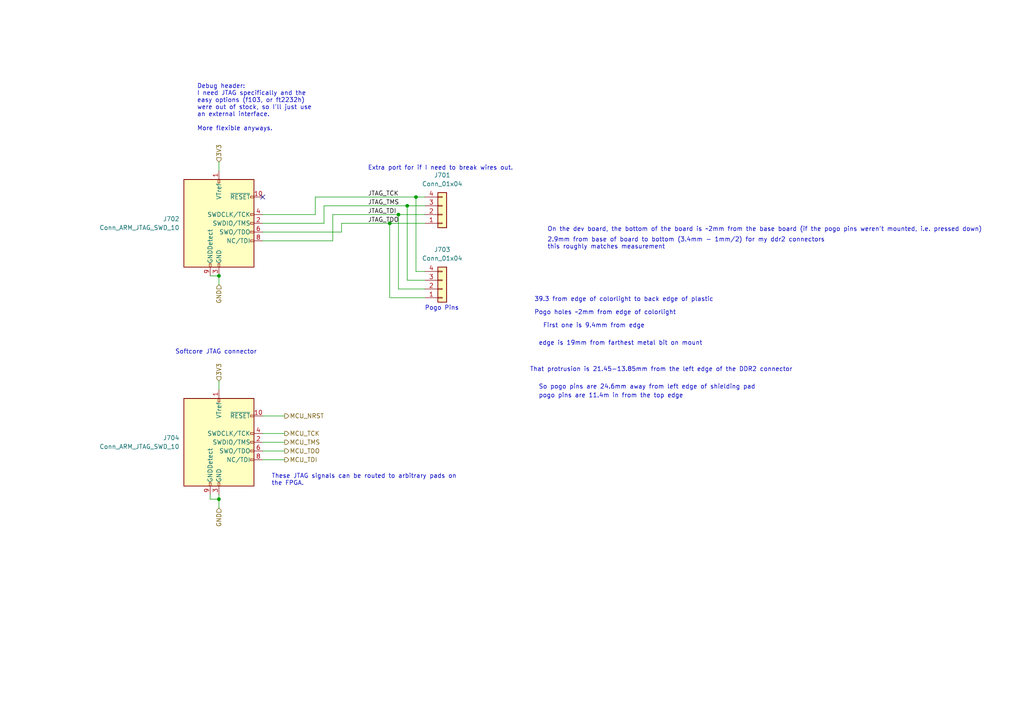
<source format=kicad_sch>
(kicad_sch (version 20211123) (generator eeschema)
  (paper "A4")
  (lib_symbols
    (symbol "Connector:Conn_ARM_JTAG_SWD_10" (pin_names (offset 1.016))
      (property "Reference" "J" (at -2.54 16.51 0))
      (property "Value" "Conn_ARM_JTAG_SWD_10" (at -2.54 13.97 0))
      (symbol "Conn_ARM_JTAG_SWD_10_0_1"
        (rectangle (start -10.16 12.7) (end 10.16 -12.7) (stroke (width 0.254)) (fill (type background)))
        (rectangle (start -2.794 -12.7) (end -2.286 -11.684))
        (rectangle (start -0.254 -12.7) (end 0.254 -11.684))
        (rectangle (start -0.254 12.7) (end 0.254 11.684))
        (rectangle (start 9.144 2.286) (end 10.16 2.794))
        (rectangle (start 10.16 -2.794) (end 9.144 -2.286))
        (rectangle (start 10.16 -0.254) (end 9.144 0.254))
        (rectangle (start 10.16 7.874) (end 9.144 7.366))
      )
      (symbol "Conn_ARM_JTAG_SWD_10_1_1"
        (rectangle (start 9.144 -5.334) (end 10.16 -4.826))
        (pin power_in line (at 0 15.24 270) (length 2.54) (name "VTref") (number "1"))
        (pin open_collector line (at 12.7 7.62 180) (length 2.54) (name "~{RESET}") (number "10"))
        (pin bidirectional line (at 12.7 0 180) (length 2.54) (name "SWDIO/TMS") (number "2"))
        (pin power_in line (at 0 -15.24 90) (length 2.54) (name "GND") (number "3"))
        (pin output line (at 12.7 2.54 180) (length 2.54) (name "SWDCLK/TCK") (number "4"))
        (pin passive line (at 0 -15.24 90) (length 2.54) hide (name "GND") (number "5"))
        (pin input line (at 12.7 -2.54 180) (length 2.54) (name "SWO/TDO") (number "6"))
        (pin no_connect line (at -10.16 0 0) (length 2.54) hide (name "KEY") (number "7"))
        (pin output line (at 12.7 -5.08 180) (length 2.54) (name "NC/TDI") (number "8"))
        (pin passive line (at -2.54 -15.24 90) (length 2.54) (name "GNDDetect") (number "9"))
      )
    )
    (symbol "Connector_Generic:Conn_01x04" (pin_names (offset 1.016) hide)
      (property "Reference" "J" (at 0 5.08 0))
      (property "Value" "Conn_01x04" (at 0 -7.62 0))
      (symbol "Conn_01x04_1_1"
        (rectangle (start -1.27 -4.953) (end 0 -5.207) (stroke (width 0.1524)))
        (rectangle (start -1.27 -2.413) (end 0 -2.667) (stroke (width 0.1524)))
        (rectangle (start -1.27 0.127) (end 0 -0.127) (stroke (width 0.1524)))
        (rectangle (start -1.27 2.667) (end 0 2.413) (stroke (width 0.1524)))
        (rectangle (start -1.27 3.81) (end 1.27 -6.35) (stroke (width 0.254)) (fill (type background)))
        (pin passive line (at -5.08 2.54 0) (length 3.81) (name "Pin_1") (number "1"))
        (pin passive line (at -5.08 0 0) (length 3.81) (name "Pin_2") (number "2"))
        (pin passive line (at -5.08 -2.54 0) (length 3.81) (name "Pin_3") (number "3"))
        (pin passive line (at -5.08 -5.08 0) (length 3.81) (name "Pin_4") (number "4"))
      )
    )
  )
  (junction (at 118.11 59.69))
  (junction (at 113.03 64.77))
  (junction (at 63.5 80.01))
  (junction (at 120.65 57.15))
  (junction (at 115.57 62.23))
  (junction (at 63.5 144.78))
  (no_connect (at 76.2 57.15))
  (wire (pts (xy 113.03 64.77) (xy 113.03 86.36)))
  (wire (pts (xy 63.5 144.78) (xy 63.5 147.32)))
  (wire (pts (xy 113.03 86.36) (xy 123.19 86.36)))
  (wire (pts (xy 63.5 144.78) (xy 63.5 143.51)))
  (wire (pts (xy 115.57 83.82) (xy 123.19 83.82)))
  (wire (pts (xy 113.03 64.77) (xy 123.19 64.77)))
  (wire (pts (xy 93.98 59.69) (xy 118.11 59.69)))
  (wire (pts (xy 60.96 80.01) (xy 63.5 80.01)))
  (wire (pts (xy 115.57 62.23) (xy 123.19 62.23)))
  (wire (pts (xy 76.2 64.77) (xy 93.98 64.77)))
  (wire (pts (xy 96.52 69.85) (xy 96.52 62.23)))
  (wire (pts (xy 63.5 110.49) (xy 63.5 113.03)))
  (wire (pts (xy 63.5 46.99) (xy 63.5 49.53)))
  (wire (pts (xy 93.98 64.77) (xy 93.98 59.69)))
  (wire (pts (xy 76.2 125.73) (xy 82.55 125.73)))
  (wire (pts (xy 76.2 133.35) (xy 82.55 133.35)))
  (wire (pts (xy 91.44 62.23) (xy 91.44 57.15)))
  (wire (pts (xy 118.11 59.69) (xy 123.19 59.69)))
  (wire (pts (xy 91.44 57.15) (xy 120.65 57.15)))
  (wire (pts (xy 60.96 144.78) (xy 63.5 144.78)))
  (wire (pts (xy 63.5 80.01) (xy 63.5 82.55)))
  (wire (pts (xy 118.11 81.28) (xy 123.19 81.28)))
  (wire (pts (xy 76.2 62.23) (xy 91.44 62.23)))
  (wire (pts (xy 96.52 62.23) (xy 115.57 62.23)))
  (wire (pts (xy 99.06 67.31) (xy 99.06 64.77)))
  (wire (pts (xy 76.2 67.31) (xy 99.06 67.31)))
  (wire (pts (xy 76.2 128.27) (xy 82.55 128.27)))
  (wire (pts (xy 115.57 62.23) (xy 115.57 83.82)))
  (wire (pts (xy 76.2 130.81) (xy 82.55 130.81)))
  (wire (pts (xy 118.11 59.69) (xy 118.11 81.28)))
  (wire (pts (xy 60.96 143.51) (xy 60.96 144.78)))
  (wire (pts (xy 76.2 69.85) (xy 96.52 69.85)))
  (wire (pts (xy 120.65 78.74) (xy 120.65 57.15)))
  (wire (pts (xy 76.2 120.65) (xy 82.55 120.65)))
  (wire (pts (xy 120.65 57.15) (xy 123.19 57.15)))
  (wire (pts (xy 123.19 78.74) (xy 120.65 78.74)))
  (wire (pts (xy 99.06 64.77) (xy 113.03 64.77)))
  (text "2.9mm from base of board to bottom (3.4mm - 1mm/2) for my ddr2 connectors\nthis roughly matches measurement" (at 158.75 72.39 0) (effects (font (size 1.27 1.27)) (justify left bottom)))
  (text "So pogo pins are 24.6mm away from left edge of shielding pad" (at 156.21 113.03 0) (effects (font (size 1.27 1.27)) (justify left bottom)))
  (text "edge is 19mm from farthest metal bit on mount" (at 156.21 100.33 0) (effects (font (size 1.27 1.27)) (justify left bottom)))
  (text "Pogo Pins" (at 123.19 90.17 0) (effects (font (size 1.27 1.27)) (justify left bottom)))
  (text "pogo pins are 11.4m in from the top edge" (at 156.21 115.57 0) (effects (font (size 1.27 1.27)) (justify left bottom)))
  (text "Softcore JTAG connector" (at 50.8 102.87 0) (effects (font (size 1.27 1.27)) (justify left bottom)))
  (text "On the dev board, the bottom of the board is ~2mm from the base board (if the pogo pins weren't mounted, i.e. pressed down)\n" (at 158.75 67.31 0) (effects (font (size 1.27 1.27)) (justify left bottom)))
  (text "First one is 9.4mm from edge\n" (at 157.48 95.25 0) (effects (font (size 1.27 1.27)) (justify left bottom)))
  (text "Pogo holes ~2mm from edge of colorlight\n" (at 154.94 91.44 0) (effects (font (size 1.27 1.27)) (justify left bottom)))
  (text "39.3 from edge of colorlight to back edge of plastic" (at 154.94 87.63 0) (effects (font (size 1.27 1.27)) (justify left bottom)))
  (text "These JTAG signals can be routed to arbitrary pads on\nthe FPGA." (at 78.74 140.97 0) (effects (font (size 1.27 1.27)) (justify left bottom)))
  (text "That protrusion is 21.45-13.85mm from the left edge of the DDR2 connector" (at 153.67 107.95 0) (effects (font (size 1.27 1.27)) (justify left bottom)))
  (text "Debug header:\nI need JTAG specifically and the\neasy options (f103, or ft2232h)\nwere out of stock, so I'll just use\nan external interface.\n\nMore flexible anyways." (at 57.15 38.1 0) (effects (font (size 1.27 1.27)) (justify left bottom)))
  (text "Extra port for if I need to break wires out." (at 106.68 49.53 0) (effects (font (size 1.27 1.27)) (justify left bottom)))
  (label "JTAG_TCK" (at 106.68 57.15 0))
  (label "JTAG_TDI" (at 106.68 62.23 0))
  (label "JTAG_TDO" (at 106.68 64.77 0))
  (label "JTAG_TMS" (at 106.68 59.69 0))
  (hierarchical_label "MCU_TCK" (shape output) (at 82.55 125.73 0))
  (hierarchical_label "MCU_TMS" (shape output) (at 82.55 128.27 0))
  (hierarchical_label "MCU_TDI" (shape output) (at 82.55 133.35 0))
  (hierarchical_label "3V3" (shape input) (at 63.5 46.99 90))
  (hierarchical_label "3V3" (shape input) (at 63.5 110.49 90))
  (hierarchical_label "MCU_TDO" (shape output) (at 82.55 130.81 0))
  (hierarchical_label "GND" (shape input) (at 63.5 82.55 270))
  (hierarchical_label "MCU_NRST" (shape output) (at 82.55 120.65 0))
  (hierarchical_label "GND" (shape input) (at 63.5 147.32 270))
  (symbol (lib_id "Connector_Generic:Conn_01x04") (at 128.27 62.23 0) (mirror x) (unit 1)
    (property "Reference" "J701" (at 128.27 50.8 0))
    (property "Value" "Conn_01x04" (at 128.27 53.34 0))
    (property "Footprint" "Connector_PinHeader_2.54mm:PinHeader_1x04_P2.54mm_Vertical" (effects hide))
  )
  (symbol (lib_id "Connector:Conn_ARM_JTAG_SWD_10") (at 63.5 64.77 0) (unit 1)
    (property "Reference" "J702" (at 52.07 63.4999 0) (effects (justify right)))
    (property "Value" "Conn_ARM_JTAG_SWD_10" (at 52.07 66.0399 0) (effects (justify right)))
    (property "Footprint" "Connector_PinHeader_1.27mm:PinHeader_2x05_P1.27mm_Vertical_SMD" (effects hide))
    (property "Datasheet" "http://infocenter.arm.com/help/topic/com.arm.doc.ddi0314h/DDI0314H_coresight_components_trm.pdf" (effects hide))
    (property "MPN" "FTSH-105-01-L-DV-007" (effects hide))
    (property "Manufacturer" "Samtec Inc." (effects hide))
    (property "DPN" "SAM15641-ND" (effects hide))
    (property "Distributor" "DigiKey" (effects hide))
  )
  (symbol (lib_id "Connector:Conn_ARM_JTAG_SWD_10") (at 63.5 128.27 0) (unit 1)
    (property "Reference" "J704" (at 52.07 126.9999 0) (effects (justify right)))
    (property "Value" "Conn_ARM_JTAG_SWD_10" (at 52.07 129.5399 0) (effects (justify right)))
    (property "Footprint" "Connector_PinHeader_1.27mm:PinHeader_2x05_P1.27mm_Vertical_SMD" (effects hide))
    (property "Datasheet" "http://infocenter.arm.com/help/topic/com.arm.doc.ddi0314h/DDI0314H_coresight_components_trm.pdf" (effects hide))
    (property "MPN" "FTSH-105-01-L-DV-007" (effects hide))
    (property "Manufacturer" "Samtec Inc." (effects hide))
    (property "DPN" "SAM15641-ND" (effects hide))
    (property "Distributor" "DigiKey" (effects hide))
  )
  (symbol (lib_id "Connector_Generic:Conn_01x04") (at 128.27 83.82 0) (mirror x) (unit 1)
    (property "Reference" "J703" (at 128.27 72.39 0))
    (property "Value" "Conn_01x04" (at 128.27 74.93 0))
    (property "Footprint" "Sonar:PogoPin_0906-0-15-20-76-14-11-0" (effects hide))
    (property "Datasheet" "https://media.digikey.com/pdf/Data%20Sheets/Mill%20Max%20PDFs/Spring%20Loaded%20Connectors.pdf" (effects hide))
    (property "MPN" "0906-0-15-20-76-14-11-0" (effects hide))
    (property "Manufacturer" "Mill-Max Manufacturing Corp." (effects hide))
    (property "DPN" "ED8180-ND" (effects hide))
    (property "Distributor" "DigiKey" (effects hide))
  )
)
</source>
